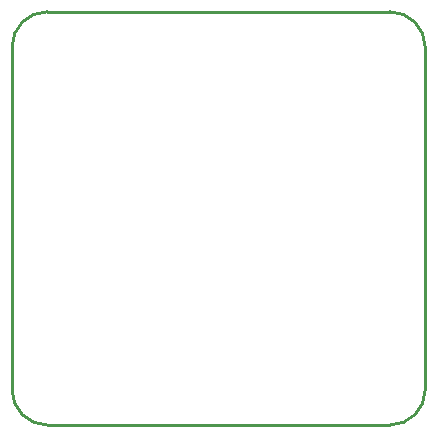
<source format=gm1>
G04 Layer: BottomSilkscreenLayer*
G04 EasyEDA v6.5.25, 2024-03-23 21:11:36*
**********************************至少这一行要换成自己的************************************
G04 Gerber Generator version 0.2*
G04 Scale: 100 percent, Rotated: No, Reflected: No *
G04 Dimensions in millimeters  *
G04 leading zeros omitted , absolute positions ,3 integer and 6 decimal *
%TF.GenerationSoftware,KiCad,Pcbnew,7.0.9*%
%TF.CreationDate,2024-03-23T01:13:53+08:00*%
%TF.ProjectId,8643____,38363433-4bd5-4a5e-932e-6b696361645f,rev?*%
%TF.SameCoordinates,Original*%
%TF.FileFunction,Profile,NP*%
%FSLAX46Y46*%
G04 Gerber Fmt 4.6, Leading zero omitted, Abs format (unit mm)*
G04 Created by KiCad (PCBNEW 7.0.9) date 2024-03-23 01:13:53*
%MOMM*%
%LPD*%
G01*
G04 APERTURE LIST*
%TA.AperFunction,Profile*%
%ADD10C,0.254000*%
%TD*%
G04 APERTURE END LIST*
D10*
X144018000Y-92504000D02*
X144018000Y-63504000D01*
X179018000Y-92504000D02*
X179018000Y-63504000D01*
X176018000Y-60504000D02*
X147018000Y-60504000D01*
X144018000Y-92504000D02*
G75*
G03*
X147018000Y-95504000I3000000J0D01*
G01*
X147018000Y-95504000D02*
X176018000Y-95504000D01*
X179018000Y-63504000D02*
G75*
G03*
X176018000Y-60504000I-3000000J0D01*
G01*
X147018000Y-60504000D02*
G75*
G03*
X144018000Y-63504000I0J-3000000D01*
G01*
X176018000Y-95504000D02*
G75*
G03*
X179018000Y-92504000I0J3000000D01*
G01*
M02*

</source>
